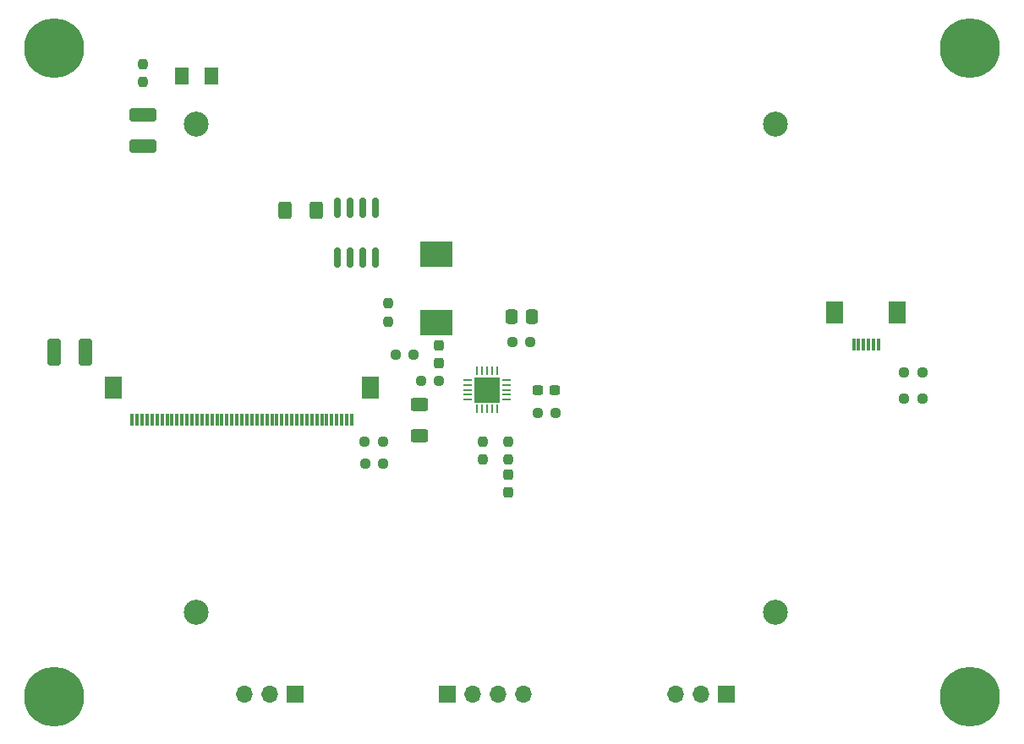
<source format=gbs>
%TF.GenerationSoftware,KiCad,Pcbnew,(6.0.5)*%
%TF.CreationDate,2022-06-02T10:53:14+02:00*%
%TF.ProjectId,Helios-Display,48656c69-6f73-42d4-9469-73706c61792e,5*%
%TF.SameCoordinates,Original*%
%TF.FileFunction,Soldermask,Bot*%
%TF.FilePolarity,Negative*%
%FSLAX46Y46*%
G04 Gerber Fmt 4.6, Leading zero omitted, Abs format (unit mm)*
G04 Created by KiCad (PCBNEW (6.0.5)) date 2022-06-02 10:53:14*
%MOMM*%
%LPD*%
G01*
G04 APERTURE LIST*
G04 Aperture macros list*
%AMRoundRect*
0 Rectangle with rounded corners*
0 $1 Rounding radius*
0 $2 $3 $4 $5 $6 $7 $8 $9 X,Y pos of 4 corners*
0 Add a 4 corners polygon primitive as box body*
4,1,4,$2,$3,$4,$5,$6,$7,$8,$9,$2,$3,0*
0 Add four circle primitives for the rounded corners*
1,1,$1+$1,$2,$3*
1,1,$1+$1,$4,$5*
1,1,$1+$1,$6,$7*
1,1,$1+$1,$8,$9*
0 Add four rect primitives between the rounded corners*
20,1,$1+$1,$2,$3,$4,$5,0*
20,1,$1+$1,$4,$5,$6,$7,0*
20,1,$1+$1,$6,$7,$8,$9,0*
20,1,$1+$1,$8,$9,$2,$3,0*%
G04 Aperture macros list end*
%ADD10C,0.800000*%
%ADD11C,6.000000*%
%ADD12R,1.700000X1.700000*%
%ADD13O,1.700000X1.700000*%
%ADD14C,2.500000*%
%ADD15RoundRect,0.237500X-0.237500X0.300000X-0.237500X-0.300000X0.237500X-0.300000X0.237500X0.300000X0*%
%ADD16RoundRect,0.150000X0.150000X-0.825000X0.150000X0.825000X-0.150000X0.825000X-0.150000X-0.825000X0*%
%ADD17RoundRect,0.062500X-0.062500X0.350000X-0.062500X-0.350000X0.062500X-0.350000X0.062500X0.350000X0*%
%ADD18RoundRect,0.062500X-0.350000X0.062500X-0.350000X-0.062500X0.350000X-0.062500X0.350000X0.062500X0*%
%ADD19R,2.500000X2.500000*%
%ADD20R,0.300000X1.300000*%
%ADD21R,1.800000X2.200000*%
%ADD22RoundRect,0.250000X0.625000X-0.400000X0.625000X0.400000X-0.625000X0.400000X-0.625000X-0.400000X0*%
%ADD23RoundRect,0.237500X0.237500X-0.300000X0.237500X0.300000X-0.237500X0.300000X-0.237500X-0.300000X0*%
%ADD24RoundRect,0.237500X0.250000X0.237500X-0.250000X0.237500X-0.250000X-0.237500X0.250000X-0.237500X0*%
%ADD25RoundRect,0.250000X0.412500X1.100000X-0.412500X1.100000X-0.412500X-1.100000X0.412500X-1.100000X0*%
%ADD26RoundRect,0.237500X-0.250000X-0.237500X0.250000X-0.237500X0.250000X0.237500X-0.250000X0.237500X0*%
%ADD27R,3.300000X2.500000*%
%ADD28RoundRect,0.250000X0.337500X0.475000X-0.337500X0.475000X-0.337500X-0.475000X0.337500X-0.475000X0*%
%ADD29RoundRect,0.237500X-0.300000X-0.237500X0.300000X-0.237500X0.300000X0.237500X-0.300000X0.237500X0*%
%ADD30RoundRect,0.250001X0.462499X0.624999X-0.462499X0.624999X-0.462499X-0.624999X0.462499X-0.624999X0*%
%ADD31RoundRect,0.250000X-1.100000X0.412500X-1.100000X-0.412500X1.100000X-0.412500X1.100000X0.412500X0*%
%ADD32RoundRect,0.237500X0.237500X-0.250000X0.237500X0.250000X-0.237500X0.250000X-0.237500X-0.250000X0*%
%ADD33RoundRect,0.237500X-0.237500X0.250000X-0.237500X-0.250000X0.237500X-0.250000X0.237500X0.250000X0*%
%ADD34RoundRect,0.250000X0.400000X0.625000X-0.400000X0.625000X-0.400000X-0.625000X0.400000X-0.625000X0*%
G04 APERTURE END LIST*
D10*
X101890000Y-141224000D03*
X106390000Y-141224000D03*
X105730990Y-142814990D03*
X102549010Y-142814990D03*
X104140000Y-138974000D03*
X105730990Y-139633010D03*
X102549010Y-139633010D03*
X104140000Y-143474000D03*
D11*
X104140000Y-141224000D03*
D12*
X171450000Y-140970000D03*
D13*
X168910000Y-140970000D03*
X166370000Y-140970000D03*
D12*
X128255000Y-140970000D03*
D13*
X125715000Y-140970000D03*
X123175000Y-140970000D03*
D14*
X176320000Y-132820000D03*
X118320000Y-132820000D03*
X118320000Y-83820000D03*
X176320000Y-83820000D03*
D12*
X143520000Y-140970000D03*
D13*
X146060000Y-140970000D03*
X148600000Y-140970000D03*
X151140000Y-140970000D03*
D10*
X105730990Y-74609010D03*
D11*
X104140000Y-76200000D03*
D10*
X102549010Y-74609010D03*
X104140000Y-73950000D03*
X101890000Y-76200000D03*
X106390000Y-76200000D03*
X102549010Y-77790990D03*
X105730990Y-77790990D03*
X104140000Y-78450000D03*
X197424990Y-139633010D03*
X194243010Y-139633010D03*
X198084000Y-141224000D03*
X193584000Y-141224000D03*
X195834000Y-143474000D03*
X194243010Y-142814990D03*
X195834000Y-138974000D03*
D11*
X195834000Y-141224000D03*
D10*
X197424990Y-142814990D03*
D11*
X195834000Y-76200000D03*
D10*
X197424990Y-74609010D03*
X195834000Y-73950000D03*
X194243010Y-74609010D03*
X198084000Y-76200000D03*
X197424990Y-77790990D03*
X194243010Y-77790990D03*
X195834000Y-78450000D03*
X193584000Y-76200000D03*
D15*
X149606000Y-119025500D03*
X149606000Y-120750500D03*
D16*
X136271000Y-97217000D03*
X135001000Y-97217000D03*
X133731000Y-97217000D03*
X132461000Y-97217000D03*
X132461000Y-92267000D03*
X133731000Y-92267000D03*
X135001000Y-92267000D03*
X136271000Y-92267000D03*
D17*
X146475000Y-108552500D03*
X146975000Y-108552500D03*
X147475000Y-108552500D03*
X147975000Y-108552500D03*
X148475000Y-108552500D03*
D18*
X149412500Y-109490000D03*
X149412500Y-109990000D03*
X149412500Y-110490000D03*
X149412500Y-110990000D03*
X149412500Y-111490000D03*
D17*
X148475000Y-112427500D03*
X147975000Y-112427500D03*
X147475000Y-112427500D03*
X146975000Y-112427500D03*
X146475000Y-112427500D03*
D18*
X145537500Y-111490000D03*
X145537500Y-110990000D03*
X145537500Y-110490000D03*
X145537500Y-109990000D03*
X145537500Y-109490000D03*
D19*
X147475000Y-110490000D03*
D20*
X111920000Y-113490000D03*
X112420000Y-113490000D03*
X112920000Y-113490000D03*
X113420000Y-113490000D03*
X113920000Y-113490000D03*
X114420000Y-113490000D03*
X114920000Y-113490000D03*
X115420000Y-113490000D03*
X115920000Y-113490000D03*
X116420000Y-113490000D03*
X116920000Y-113490000D03*
X117420000Y-113490000D03*
X117920000Y-113490000D03*
X118420000Y-113490000D03*
X118920000Y-113490000D03*
X119420000Y-113490000D03*
X119920000Y-113490000D03*
X120420000Y-113490000D03*
X120920000Y-113490000D03*
X121420000Y-113490000D03*
X121920000Y-113490000D03*
X122420000Y-113490000D03*
X122920000Y-113490000D03*
X123420000Y-113490000D03*
X123920000Y-113490000D03*
X124420000Y-113490000D03*
X124920000Y-113490000D03*
X125420000Y-113490000D03*
X125920000Y-113490000D03*
X126420000Y-113490000D03*
X126920000Y-113490000D03*
X127420000Y-113490000D03*
X127920000Y-113490000D03*
X128420000Y-113490000D03*
X128920000Y-113490000D03*
X129420000Y-113490000D03*
X129920000Y-113490000D03*
X130420000Y-113490000D03*
X130920000Y-113490000D03*
X131420000Y-113490000D03*
X131920000Y-113490000D03*
X132420000Y-113490000D03*
X132920000Y-113490000D03*
X133420000Y-113490000D03*
X133920000Y-113490000D03*
D21*
X110020000Y-110240000D03*
X135820000Y-110240000D03*
D22*
X140716000Y-115088000D03*
X140716000Y-111988000D03*
D23*
X142621000Y-107796500D03*
X142621000Y-106071500D03*
D24*
X154328500Y-112776000D03*
X152503500Y-112776000D03*
D25*
X107226500Y-106680000D03*
X104101500Y-106680000D03*
D20*
X184170000Y-105990000D03*
X184670000Y-105990000D03*
X185170000Y-105990000D03*
X185670000Y-105990000D03*
X186170000Y-105990000D03*
X186670000Y-105990000D03*
D21*
X188570000Y-102740000D03*
X182270000Y-102740000D03*
D26*
X189206500Y-111379000D03*
X191031500Y-111379000D03*
D27*
X142367000Y-103730000D03*
X142367000Y-96930000D03*
D28*
X151964300Y-103174800D03*
X149889300Y-103174800D03*
D26*
X189206500Y-108712000D03*
X191031500Y-108712000D03*
X149963500Y-105664000D03*
X151788500Y-105664000D03*
D24*
X142644500Y-109601000D03*
X140819500Y-109601000D03*
D29*
X152553500Y-110490000D03*
X154278500Y-110490000D03*
D30*
X119851500Y-78994000D03*
X116876500Y-78994000D03*
D24*
X137080000Y-117856000D03*
X135255000Y-117856000D03*
X137033000Y-115697000D03*
X135208000Y-115697000D03*
D31*
X113030000Y-82892500D03*
X113030000Y-86017500D03*
D24*
X140104500Y-106934000D03*
X138279500Y-106934000D03*
D32*
X113030000Y-79652500D03*
X113030000Y-77827500D03*
D33*
X147066000Y-115673500D03*
X147066000Y-117498500D03*
D32*
X137541000Y-103655500D03*
X137541000Y-101830500D03*
D34*
X130328000Y-92456000D03*
X127228000Y-92456000D03*
D33*
X149606000Y-115673500D03*
X149606000Y-117498500D03*
M02*

</source>
